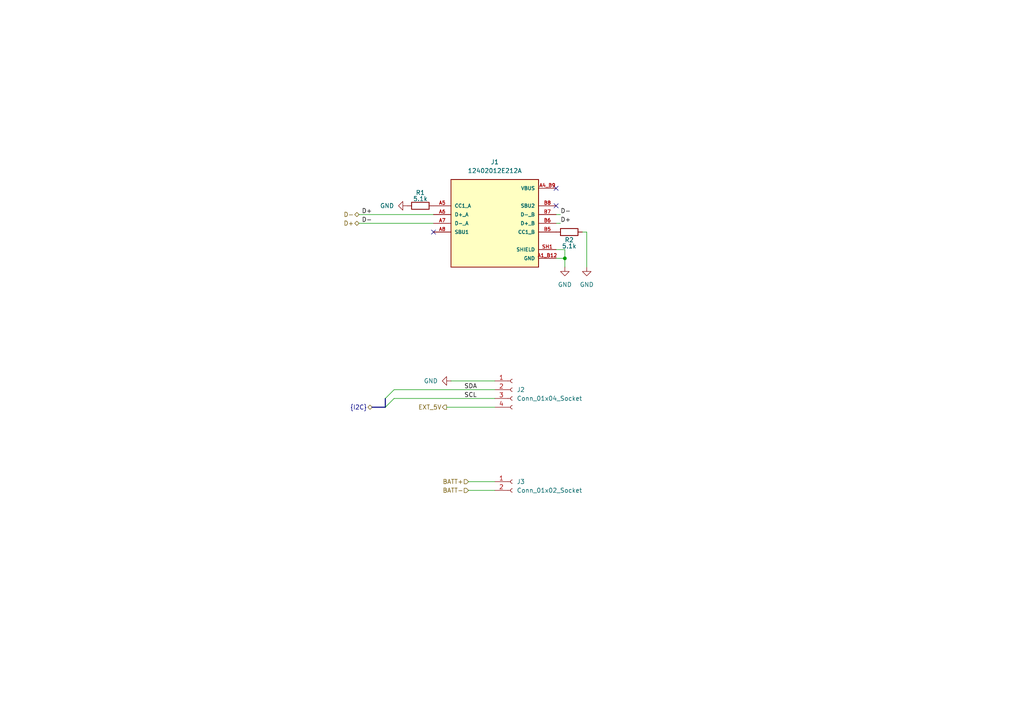
<source format=kicad_sch>
(kicad_sch (version 20250114) (generator "eeschema") (generator_version "9.0")
  (paper "A4")
  (lib_symbols
    (symbol "Connector:Conn_01x02_Socket" (pin_names (offset 1.016) (hide yes))
      (property "Reference" "J" (at 0 2.54 0))
      (property "Value" "Conn_01x02_Socket" (at 0 -5.08 0))
      (symbol "Conn_01x02_Socket_1_1"
        (polyline (pts (xy -1.27 0) (xy -0.508 0)) (stroke (width 0.1524)))
        (polyline (pts (xy -1.27 -2.54) (xy -0.508 -2.54)) (stroke (width 0.1524)))
        (arc (start 0 -0.508) (mid -0.5058 0) (end 0 0.508) (stroke (width 0.1524)))
        (arc (start 0 -3.048) (mid -0.5058 -2.54) (end 0 -2.032) (stroke (width 0.1524)))
        (pin passive line (at -5.08 0 0) (length 3.81) (name "Pin_1") (number "1"))
        (pin passive line (at -5.08 -2.54 0) (length 3.81) (name "Pin_2") (number "2"))
      )
    )
    (symbol "Connector:Conn_01x04_Socket" (pin_names (offset 1.016) (hide yes))
      (property "Reference" "J" (at 0 5.08 0))
      (property "Value" "Conn_01x04_Socket" (at 0 -7.62 0))
      (symbol "Conn_01x04_Socket_1_1"
        (polyline (pts (xy -1.27 2.54) (xy -0.508 2.54)) (stroke (width 0.1524)))
        (polyline (pts (xy -1.27 0) (xy -0.508 0)) (stroke (width 0.1524)))
        (polyline (pts (xy -1.27 -2.54) (xy -0.508 -2.54)) (stroke (width 0.1524)))
        (polyline (pts (xy -1.27 -5.08) (xy -0.508 -5.08)) (stroke (width 0.1524)))
        (arc (start 0 2.032) (mid -0.5058 2.54) (end 0 3.048) (stroke (width 0.1524)))
        (arc (start 0 -0.508) (mid -0.5058 0) (end 0 0.508) (stroke (width 0.1524)))
        (arc (start 0 -3.048) (mid -0.5058 -2.54) (end 0 -2.032) (stroke (width 0.1524)))
        (arc (start 0 -5.588) (mid -0.5058 -5.08) (end 0 -4.572) (stroke (width 0.1524)))
        (pin passive line (at -5.08 2.54 0) (length 3.81) (name "Pin_1") (number "1"))
        (pin passive line (at -5.08 0 0) (length 3.81) (name "Pin_2") (number "2"))
        (pin passive line (at -5.08 -2.54 0) (length 3.81) (name "Pin_3") (number "3"))
        (pin passive line (at -5.08 -5.08 0) (length 3.81) (name "Pin_4") (number "4"))
      )
    )
    (symbol "Device:R" (pin_numbers (hide yes)) (pin_names (offset 0))
      (property "Reference" "R" (at 2.032 0 90))
      (property "Value" "R" (at 0 0 90))
      (symbol "R_0_1"
        (rectangle (start -1.016 -2.54) (end 1.016 2.54) (stroke (width 0.254)))
      )
      (symbol "R_1_1"
        (pin passive line (at 0 3.81 270) (length 1.27) (name "~") (number "1"))
        (pin passive line (at 0 -3.81 90) (length 1.27) (name "~") (number "2"))
      )
    )
    (symbol "_USB:12402012E212A" (pin_names (offset 1.016))
      (property "Reference" "J" (at -12.7 13.462 0))
      (property "Value" "12402012E212A" (at -12.7 -13.462 0))
      (symbol "12402012E212A_0_0"
        (rectangle (start -12.7 -12.7) (end 12.7 12.7) (stroke (width 0.254)) (fill (type background)))
        (pin bidirectional line (at -17.78 5.08 0) (length 5.08) (name "CC1_A") (number "A5"))
        (pin bidirectional line (at -17.78 2.54 0) (length 5.08) (name "D+_A") (number "A6"))
        (pin bidirectional line (at -17.78 0 0) (length 5.08) (name "D-_A") (number "A7"))
        (pin bidirectional line (at -17.78 -2.54 0) (length 5.08) (name "SBU1") (number "A8"))
        (pin power_in line (at 17.78 10.16 180) (length 5.08) (name "VBUS") (number "A4_B9"))
        (pin power_in line (at 17.78 10.16 180) (length 5.08) (hide yes) (name "VBUS") (number "B4_A9"))
        (pin bidirectional line (at 17.78 5.08 180) (length 5.08) (name "SBU2") (number "B8"))
        (pin bidirectional line (at 17.78 2.54 180) (length 5.08) (name "D-_B") (number "B7"))
        (pin bidirectional line (at 17.78 0 180) (length 5.08) (name "D+_B") (number "B6"))
        (pin bidirectional line (at 17.78 -2.54 180) (length 5.08) (name "CC1_B") (number "B5"))
        (pin passive line (at 17.78 -7.62 180) (length 5.08) (name "SHIELD") (number "SH1"))
        (pin passive line (at 17.78 -7.62 180) (length 5.08) (hide yes) (name "SHIELD") (number "SH2"))
        (pin passive line (at 17.78 -7.62 180) (length 5.08) (hide yes) (name "SHIELD") (number "SH3"))
        (pin passive line (at 17.78 -7.62 180) (length 5.08) (hide yes) (name "SHIELD") (number "SH4"))
        (pin power_in line (at 17.78 -10.16 180) (length 5.08) (name "GND") (number "A1_B12"))
        (pin power_in line (at 17.78 -10.16 180) (length 5.08) (hide yes) (name "GND") (number "B1_A12"))
      )
    )
    (symbol "power:GND" (power) (pin_numbers (hide yes)) (pin_names (offset 0) (hide yes))
      (property "Value" "GND" (at 0 -3.81 0))
      (symbol "GND_0_1"
        (polyline (pts (xy 0 0) (xy 0 -1.27) (xy 1.27 -1.27) (xy 0 -2.54) (xy -1.27 -1.27) (xy 0 -1.27)))
      )
      (symbol "GND_1_1"
        (pin power_in line (at 0 0 270) (length 0) (name "~") (number "1"))
      )
    )
  )
  (junction (at 163.83 74.93))
  (no_connect (at 161.29 59.69))
  (no_connect (at 125.73 67.31))
  (no_connect (at 161.29 54.61))
  (bus_entry (at 114.3 113.03) (size -2.54 2.54))
  (bus_entry (at 114.3 115.57) (size -2.54 2.54))
  (wire (pts (xy 114.3 113.03) (xy 143.51 113.03)))
  (bus (pts (xy 111.76 115.57) (xy 111.76 118.11)))
  (wire (pts (xy 143.51 110.49) (xy 130.81 110.49)))
  (wire (pts (xy 135.89 142.24) (xy 143.51 142.24)))
  (wire (pts (xy 114.3 115.57) (xy 143.51 115.57)))
  (wire (pts (xy 161.29 74.93) (xy 163.83 74.93)))
  (wire (pts (xy 168.91 67.31) (xy 170.18 67.31)))
  (wire (pts (xy 161.29 72.39) (xy 163.83 72.39)))
  (wire (pts (xy 162.56 62.23) (xy 161.29 62.23)))
  (wire (pts (xy 163.83 77.47) (xy 163.83 74.93)))
  (wire (pts (xy 104.14 62.23) (xy 125.73 62.23)))
  (wire (pts (xy 104.14 64.77) (xy 125.73 64.77)))
  (bus (pts (xy 107.95 118.11) (xy 111.76 118.11)))
  (wire (pts (xy 161.29 64.77) (xy 162.56 64.77)))
  (wire (pts (xy 170.18 67.31) (xy 170.18 77.47)))
  (wire (pts (xy 163.83 72.39) (xy 163.83 74.93)))
  (wire (pts (xy 143.51 118.11) (xy 129.54 118.11)))
  (wire (pts (xy 135.89 139.7) (xy 143.51 139.7)))
  (label "D-" (at 162.56 62.23 0))
  (label "D+" (at 107.95 62.23 180))
  (label "D+" (at 162.56 64.77 0))
  (label "SDA" (at 134.62 113.03 0))
  (label "D-" (at 107.95 64.77 180))
  (label "SCL" (at 134.62 115.57 0))
  (hierarchical_label "D+" (shape bidirectional) (at 104.14 64.77 180))
  (hierarchical_label "D-" (shape bidirectional) (at 104.14 62.23 180))
  (hierarchical_label "BATT+" (shape input) (at 135.89 139.7 180))
  (hierarchical_label "{I2C}" (shape bidirectional) (at 107.95 118.11 180))
  (hierarchical_label "EXT_5V" (shape output) (at 129.54 118.11 180))
  (hierarchical_label "BATT-" (shape input) (at 135.89 142.24 180))
  (symbol (lib_id "_USB:12402012E212A") (at 143.51 64.77 0) (unit 1)
    (property "Reference" "J1" (at 143.51 46.99 0))
    (property "Value" "12402012E212A" (at 143.51 49.53 0))
    (property "Footprint" "12402012E212A:AMPHENOL_12402012E212A" (effects (hide yes)))
    (property "Datasheet" "https://www.usb.org/sites/default/files/documents/usb_type-c.zip" (effects (hide yes)))
    (property "Description" "CONN RCP USB2.0 TYP C 24P SMD RA" (effects (hide yes)))
    (property "DigiKey_Part_Number" "664-12402012E212ACT-ND" (effects (hide yes)))
    (property "SnapEDA_Link" "https://www.snapeda.com/parts/12402012E212A/Amphenol/view-part/?ref=snap" (effects (hide yes)))
    (property "MAXIMUM_PACKAGE_HEIGHT" "3.26 mm" (effects (hide yes)))
    (property "Package" "None" (effects (hide yes)))
    (property "Check_prices" "https://www.snapeda.com/parts/12402012E212A/Amphenol/view-part/?ref=eda" (effects (hide yes)))
    (property "STANDARD" "Manufacturer Recommendations" (effects (hide yes)))
    (property "PARTREV" "4" (effects (hide yes)))
    (property "MF" "Amphenol ICC (Commercial Products)" (effects (hide yes)))
    (property "MP" "12402012E212A" (effects (hide yes)))
    (property "Description_1" "USB2.0, Type C, Top mount, CH 1.68mm, Dual Row SMT" (effects (hide yes)))
    (property "MANUFACTURER" "Amphenol" (effects (hide yes)))
    (property "Mfr" "Amphenol ICC (Commercial Products)" (effects (hide yes)))
    (property "Mfr P/N" "12402012E212A" (effects (hide yes)))
    (property "Supplier_1" "Digikey" (effects (hide yes)))
    (property "Supplier_1 P/N" "664-12402012E212ATR-ND" (effects (hide yes)))
    (property "Supplier_1 Unit Price" "0.61000" (effects (hide yes)))
    (property "Supplier_1 Price @ Qty" "1" (effects (hide yes)))
  )
  (symbol (lib_id "Device:R") (at 121.92 59.69 90) (unit 1)
    (property "Reference" "R1" (at 121.92 55.88 90))
    (property "Value" "5.1k" (at 121.92 57.658 90))
    (property "Footprint" "Resistor_SMD:R_0603_1608Metric" (effects (hide yes)))
    (property "Datasheet" "https://www.yageogroup.com/content/datasheet/asset/file/PYU-AC_51_ROHS_L" (effects (hide yes)))
    (property "Description" "RES SMD 5.1K OHM 1% 1/10W 0603" (effects (hide yes)))
    (property "Mfr" "YAGEO" (effects (hide yes)))
    (property "Mfr P/N" "AC0603FR-075K1L" (effects (hide yes)))
    (property "Supplier_1" "Digikey" (effects (hide yes)))
    (property "Supplier_1 P/N" "YAG3621TR-ND" (effects (hide yes)))
    (property "Supplier_1 Unit Price" "0.10000" (effects (hide yes)))
    (property "Supplier_1 Price @ Qty" "1" (effects (hide yes)))
  )
  (symbol (lib_id "power:GND") (at 170.18 77.47 0) (unit 1)
    (property "Reference" "#PWR04" (effects (hide yes)))
    (property "Value" "GND" (at 170.18 82.55 0))
    (property "Description" "Power symbol creates a global label with name \"GND\" , ground" (effects (hide yes)))
  )
  (symbol (lib_id "Connector:Conn_01x04_Socket") (at 148.59 113.03 0) (unit 1)
    (property "Reference" "J2" (at 149.86 113.0299 0) (effects (justify left)))
    (property "Value" "Conn_01x04_Socket" (at 149.86 115.5699 0) (effects (justify left)))
    (property "Description" "Generic connector, single row, 01x04, script generated" (effects (hide yes)))
  )
  (symbol (lib_id "power:GND") (at 130.81 110.49 270) (unit 1)
    (property "Reference" "#PWR02" (effects (hide yes)))
    (property "Value" "GND" (at 127 110.4899 90) (effects (justify right)))
    (property "Description" "Power symbol creates a global label with name \"GND\" , ground" (effects (hide yes)))
  )
  (symbol (lib_id "power:GND") (at 118.11 59.69 270) (unit 1)
    (property "Reference" "#PWR01" (effects (hide yes)))
    (property "Value" "GND" (at 114.3 59.6899 90) (effects (justify right)))
    (property "Description" "Power symbol creates a global label with name \"GND\" , ground" (effects (hide yes)))
  )
  (symbol (lib_id "Device:R") (at 165.1 67.31 270) (unit 1)
    (property "Reference" "R2" (at 165.1 69.596 90))
    (property "Value" "5.1k" (at 165.1 71.374 90))
    (property "Footprint" "Resistor_SMD:R_0603_1608Metric" (effects (hide yes)))
    (property "Datasheet" "https://www.yageogroup.com/content/datasheet/asset/file/PYU-AC_51_ROHS_L" (effects (hide yes)))
    (property "Description" "RES SMD 5.1K OHM 1% 1/10W 0603" (effects (hide yes)))
    (property "Mfr" "YAGEO" (effects (hide yes)))
    (property "Mfr P/N" "AC0603FR-075K1L" (effects (hide yes)))
    (property "Supplier_1" "Digikey" (effects (hide yes)))
    (property "Supplier_1 P/N" "YAG3621TR-ND" (effects (hide yes)))
    (property "Supplier_1 Unit Price" "0.10000" (effects (hide yes)))
    (property "Supplier_1 Price @ Qty" "1" (effects (hide yes)))
  )
  (symbol (lib_id "power:GND") (at 163.83 77.47 0) (unit 1)
    (property "Reference" "#PWR03" (effects (hide yes)))
    (property "Value" "GND" (at 163.83 82.55 0))
    (property "Description" "Power symbol creates a global label with name \"GND\" , ground" (effects (hide yes)))
  )
  (symbol (lib_id "Connector:Conn_01x02_Socket") (at 148.59 139.7 0) (unit 1)
    (property "Reference" "J3" (at 149.86 139.6999 0) (effects (justify left)))
    (property "Value" "Conn_01x02_Socket" (at 149.86 142.2399 0) (effects (justify left)))
    (property "Description" "Generic connector, single row, 01x02, script generated" (effects (hide yes)))
  )
)
</source>
